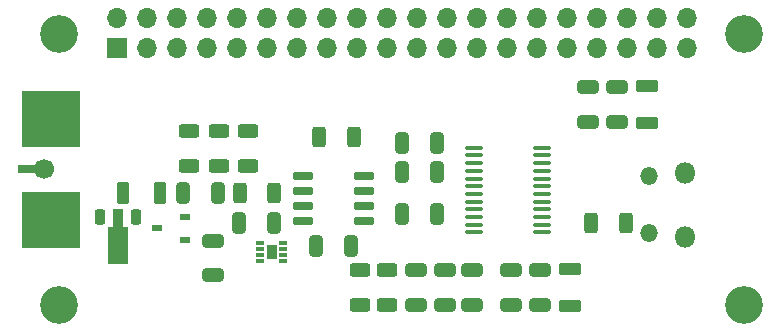
<source format=gbr>
%TF.GenerationSoftware,KiCad,Pcbnew,8.0.2*%
%TF.CreationDate,2024-05-17T00:49:12+07:00*%
%TF.ProjectId,ADC_pHAT,4144435f-7048-4415-942e-6b696361645f,rev?*%
%TF.SameCoordinates,PX5cbead0PY56c8cc0*%
%TF.FileFunction,Soldermask,Bot*%
%TF.FilePolarity,Negative*%
%FSLAX46Y46*%
G04 Gerber Fmt 4.6, Leading zero omitted, Abs format (unit mm)*
G04 Created by KiCad (PCBNEW 8.0.2) date 2024-05-17 00:49:12*
%MOMM*%
%LPD*%
G01*
G04 APERTURE LIST*
G04 Aperture macros list*
%AMRoundRect*
0 Rectangle with rounded corners*
0 $1 Rounding radius*
0 $2 $3 $4 $5 $6 $7 $8 $9 X,Y pos of 4 corners*
0 Add a 4 corners polygon primitive as box body*
4,1,4,$2,$3,$4,$5,$6,$7,$8,$9,$2,$3,0*
0 Add four circle primitives for the rounded corners*
1,1,$1+$1,$2,$3*
1,1,$1+$1,$4,$5*
1,1,$1+$1,$6,$7*
1,1,$1+$1,$8,$9*
0 Add four rect primitives between the rounded corners*
20,1,$1+$1,$2,$3,$4,$5,0*
20,1,$1+$1,$4,$5,$6,$7,0*
20,1,$1+$1,$6,$7,$8,$9,0*
20,1,$1+$1,$8,$9,$2,$3,0*%
%AMFreePoly0*
4,1,9,3.862500,-0.866500,0.737500,-0.866500,0.737500,-0.450000,-0.737500,-0.450000,-0.737500,0.450000,0.737500,0.450000,0.737500,0.866500,3.862500,0.866500,3.862500,-0.866500,3.862500,-0.866500,$1*%
G04 Aperture macros list end*
%ADD10R,1.700000X1.700000*%
%ADD11O,1.700000X1.700000*%
%ADD12C,3.200000*%
%ADD13O,1.800000X1.800000*%
%ADD14O,1.500000X1.500000*%
%ADD15RoundRect,0.250000X-0.275000X-0.700000X0.275000X-0.700000X0.275000X0.700000X-0.275000X0.700000X0*%
%ADD16RoundRect,0.250000X0.650000X-0.325000X0.650000X0.325000X-0.650000X0.325000X-0.650000X-0.325000X0*%
%ADD17RoundRect,0.250000X-0.650000X0.325000X-0.650000X-0.325000X0.650000X-0.325000X0.650000X0.325000X0*%
%ADD18RoundRect,0.250000X0.625000X-0.312500X0.625000X0.312500X-0.625000X0.312500X-0.625000X-0.312500X0*%
%ADD19R,0.850000X0.600000*%
%ADD20RoundRect,0.150000X-0.725000X-0.150000X0.725000X-0.150000X0.725000X0.150000X-0.725000X0.150000X0*%
%ADD21RoundRect,0.100000X-0.637500X-0.100000X0.637500X-0.100000X0.637500X0.100000X-0.637500X0.100000X0*%
%ADD22RoundRect,0.250000X0.325000X0.650000X-0.325000X0.650000X-0.325000X-0.650000X0.325000X-0.650000X0*%
%ADD23RoundRect,0.250000X0.312500X0.625000X-0.312500X0.625000X-0.312500X-0.625000X0.312500X-0.625000X0*%
%ADD24RoundRect,0.250000X-0.312500X-0.625000X0.312500X-0.625000X0.312500X0.625000X-0.312500X0.625000X0*%
%ADD25RoundRect,0.250000X-0.325000X-0.650000X0.325000X-0.650000X0.325000X0.650000X-0.325000X0.650000X0*%
%ADD26RoundRect,0.250000X-0.625000X0.312500X-0.625000X-0.312500X0.625000X-0.312500X0.625000X0.312500X0*%
%ADD27R,2.350000X0.700000*%
%ADD28R,4.900000X4.800000*%
%ADD29RoundRect,0.250000X0.700000X-0.275000X0.700000X0.275000X-0.700000X0.275000X-0.700000X-0.275000X0*%
%ADD30RoundRect,0.225000X-0.225000X0.425000X-0.225000X-0.425000X0.225000X-0.425000X0.225000X0.425000X0*%
%ADD31FreePoly0,270.000000*%
%ADD32C,1.700000*%
%ADD33RoundRect,0.250000X-0.700000X0.275000X-0.700000X-0.275000X0.700000X-0.275000X0.700000X0.275000X0*%
%ADD34R,0.750000X0.300000*%
%ADD35R,0.900000X1.300000*%
G04 APERTURE END LIST*
D10*
%TO.C,J2*%
X8375000Y25050000D03*
D11*
X8375000Y27590000D03*
X10915000Y25050000D03*
X10915000Y27590000D03*
X13455000Y25050000D03*
X13455000Y27590000D03*
X15995000Y25050000D03*
X15995000Y27590000D03*
X18535000Y25050000D03*
X18535000Y27590000D03*
X21075000Y25050000D03*
X21075000Y27590000D03*
X23615000Y25050000D03*
X23615000Y27590000D03*
X26155000Y25050000D03*
X26155000Y27590000D03*
X28695000Y25050000D03*
X28695000Y27590000D03*
X31235000Y25050000D03*
X31235000Y27590000D03*
X33775000Y25050000D03*
X33775000Y27590000D03*
X36315000Y25050000D03*
X36315000Y27590000D03*
X38855000Y25050000D03*
X38855000Y27590000D03*
X41395000Y25050000D03*
X41395000Y27590000D03*
X43935000Y25050000D03*
X43935000Y27590000D03*
X46475000Y25050000D03*
X46475000Y27590000D03*
X49015000Y25050000D03*
X49015000Y27590000D03*
X51555000Y25050000D03*
X51555000Y27590000D03*
X54095000Y25050000D03*
X54095000Y27590000D03*
X56635000Y25050000D03*
X56635000Y27590000D03*
%TD*%
D12*
%TO.C,REF\u002A\u002A*%
X61500000Y3250000D03*
%TD*%
%TO.C,REF\u002A\u002A*%
X3500000Y3250000D03*
%TD*%
D13*
%TO.C,U1*%
X56500000Y14475000D03*
D14*
X53470000Y14175000D03*
X53470000Y9325000D03*
D13*
X56500000Y9025000D03*
%TD*%
D12*
%TO.C,REF\u002A\u002A*%
X61500000Y26250000D03*
%TD*%
%TO.C,REF\u002A\u002A*%
X3500000Y26250000D03*
%TD*%
D15*
%TO.C,FB3*%
X8925000Y12750000D03*
X12075000Y12750000D03*
%TD*%
D16*
%TO.C,C13*%
X16500000Y5775000D03*
X16500000Y8725000D03*
%TD*%
D17*
%TO.C,C9*%
X36172500Y6225000D03*
X36172500Y3275000D03*
%TD*%
%TO.C,C4*%
X44250000Y6225000D03*
X44250000Y3275000D03*
%TD*%
D18*
%TO.C,R5*%
X29000000Y3287500D03*
X29000000Y6212500D03*
%TD*%
D19*
%TO.C,D1*%
X14200000Y10700000D03*
X14200000Y8800000D03*
X11800000Y9750000D03*
%TD*%
D20*
%TO.C,U4*%
X24175000Y10345000D03*
X24175000Y11615000D03*
X24175000Y12885000D03*
X24175000Y14155000D03*
X29325000Y14155000D03*
X29325000Y12885000D03*
X29325000Y11615000D03*
X29325000Y10345000D03*
%TD*%
D21*
%TO.C,U2*%
X38637500Y9425000D03*
X38637500Y10075000D03*
X38637500Y10725000D03*
X38637500Y11375000D03*
X38637500Y12025000D03*
X38637500Y12675000D03*
X38637500Y13325000D03*
X38637500Y13975000D03*
X38637500Y14625000D03*
X38637500Y15275000D03*
X38637500Y15925000D03*
X38637500Y16575000D03*
X44362500Y16575000D03*
X44362500Y15925000D03*
X44362500Y15275000D03*
X44362500Y14625000D03*
X44362500Y13975000D03*
X44362500Y13325000D03*
X44362500Y12675000D03*
X44362500Y12025000D03*
X44362500Y11375000D03*
X44362500Y10725000D03*
X44362500Y10075000D03*
X44362500Y9425000D03*
%TD*%
D22*
%TO.C,C11*%
X35475000Y14500000D03*
X32525000Y14500000D03*
%TD*%
%TO.C,C7*%
X35475000Y17000000D03*
X32525000Y17000000D03*
%TD*%
D23*
%TO.C,R8*%
X28462500Y17500000D03*
X25537500Y17500000D03*
%TD*%
D24*
%TO.C,R2*%
X48537500Y10250000D03*
X51462500Y10250000D03*
%TD*%
D16*
%TO.C,C2*%
X50750000Y18775000D03*
X50750000Y21725000D03*
%TD*%
D25*
%TO.C,C8*%
X14025000Y12750000D03*
X16975000Y12750000D03*
%TD*%
D26*
%TO.C,R7*%
X19500000Y17962500D03*
X19500000Y15037500D03*
%TD*%
D22*
%TO.C,C6*%
X35475000Y11000000D03*
X32525000Y11000000D03*
%TD*%
D23*
%TO.C,R9*%
X21712500Y12750000D03*
X18787500Y12750000D03*
%TD*%
D18*
%TO.C,R4*%
X17000000Y15037500D03*
X17000000Y17962500D03*
%TD*%
D27*
%TO.C,J1*%
X1250000Y14750000D03*
D28*
X2825000Y19000000D03*
X2825000Y10500000D03*
%TD*%
D16*
%TO.C,C1*%
X48250000Y18775000D03*
X48250000Y21725000D03*
%TD*%
D18*
%TO.C,R6*%
X31250000Y3287500D03*
X31250000Y6212500D03*
%TD*%
D29*
%TO.C,FB2*%
X46750000Y3175000D03*
X46750000Y6325000D03*
%TD*%
D17*
%TO.C,C10*%
X33750000Y6225000D03*
X33750000Y3275000D03*
%TD*%
D30*
%TO.C,U3*%
X7000000Y10700000D03*
D31*
X8500000Y10612500D03*
D30*
X10000000Y10700000D03*
%TD*%
D32*
%TO.C, *%
X2250000Y14750000D03*
%TD*%
D17*
%TO.C,C5*%
X38500000Y6225000D03*
X38500000Y3275000D03*
%TD*%
D33*
%TO.C,FB1*%
X53250000Y21825000D03*
X53250000Y18675000D03*
%TD*%
D26*
%TO.C,R1*%
X14500000Y17962500D03*
X14500000Y15037500D03*
%TD*%
D25*
%TO.C,C12*%
X18775000Y10250000D03*
X21725000Y10250000D03*
%TD*%
%TO.C,C14*%
X25275000Y8250000D03*
X28225000Y8250000D03*
%TD*%
D17*
%TO.C,C3*%
X41750000Y6225000D03*
X41750000Y3275000D03*
%TD*%
D34*
%TO.C,IC1*%
X22500000Y8500000D03*
X22500000Y8000000D03*
X22500000Y7500000D03*
X22500000Y7000000D03*
X20500000Y7000000D03*
X20500000Y7500000D03*
X20500000Y8000000D03*
X20500000Y8500000D03*
D35*
X21500000Y7750000D03*
%TD*%
M02*

</source>
